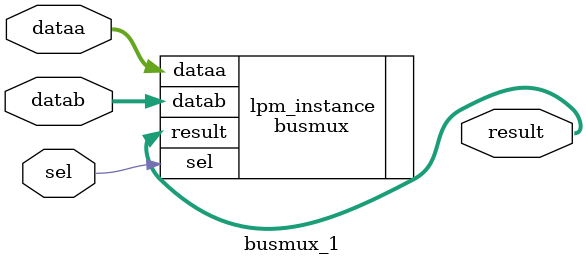
<source format=v>



module busmux_1(sel,dataa,datab,result);
input sel;
input [1:0] dataa;
input [1:0] datab;
output [1:0] result;

busmux	lpm_instance(.sel(sel),.dataa(dataa),.datab(datab),.result(result));
	defparam	lpm_instance.width = 2;

endmodule

</source>
